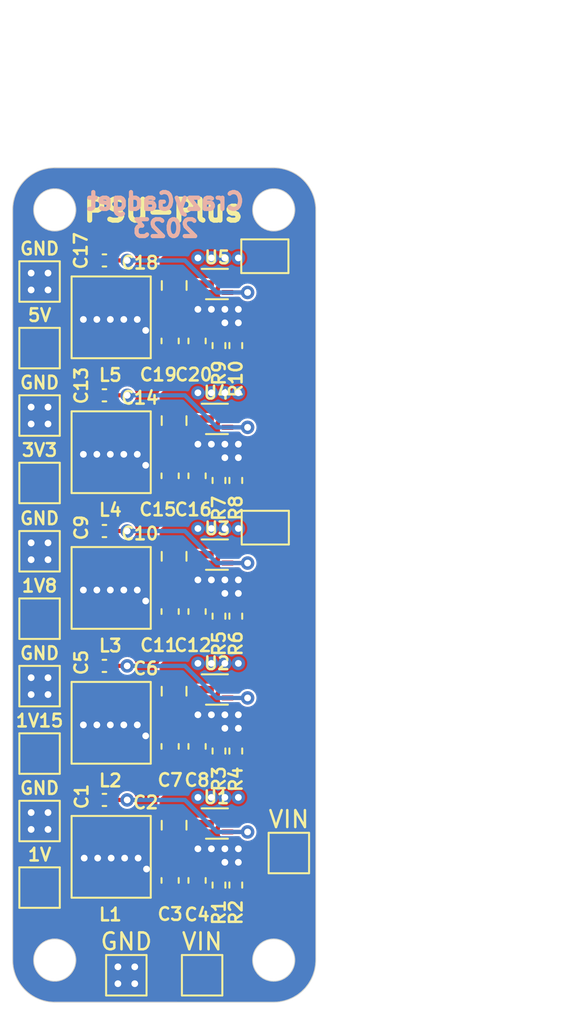
<source format=kicad_pcb>
(kicad_pcb (version 20221018) (generator pcbnew)
  (layers (0 "F.Cu" signal) (31 "B.Cu" signal) (34 "B.Paste" user) (35 "F.Paste" user) (36 "B.SilkS" user "B.Silkscreen") (37 "F.SilkS" user "F.Silkscreen") (38 "B.Mask" user) (39 "F.Mask" user) (44 "Edge.Cuts" user))
  (net 0 "")
  (net 1 "Net-(C1-Pad2)")
  (net 2 "Net-(C1-Pad1)")
  (net 3 "GND")
  (net 4 "VIN")
  (net 5 "Net-(C3-Pad1)")
  (net 6 "Net-(C5-Pad1)")
  (net 7 "Net-(C5-Pad2)")
  (net 8 "Net-(C7-Pad1)")
  (net 9 "Net-(C9-Pad1)")
  (net 10 "Net-(C9-Pad2)")
  (net 11 "Net-(C11-Pad1)")
  (net 12 "Net-(C13-Pad1)")
  (net 13 "Net-(C13-Pad2)")
  (net 14 "Net-(C15-Pad1)")
  (net 15 "Net-(C17-Pad2)")
  (net 16 "Net-(C17-Pad1)")
  (net 17 "Net-(C19-Pad1)")
  (net 18 "Net-(R1-Pad2)")
  (net 19 "Net-(R3-Pad2)")
  (net 20 "Net-(R5-Pad2)")
  (net 21 "Net-(R7-Pad2)")
  (net 22 "Net-(R10-Pad1)")
  (net 23 "Net-(C10-Pad2)")
  (net 24 "Net-(C18-Pad2)")
  (footprint "TestPoint:TestPoint_Pad_2.0x2.0mm" (layer "F.Cu") (at 176.2 148.35)
    (fp_text reference "VIN")
    (fp_text value "VIN")
  )
  (footprint "TestPoint:TestPoint_Pad_2.0x2.0mm" (layer "F.Cu") (at 171.7 148.35)
    (fp_text reference "GND")
    (fp_text value "GND")
  )
  (footprint "Capacitor_SMD:C_0805_2012Metric" (layer "F.Cu") (at 174.536 131.5 90)
    (fp_text reference "C6")
    (fp_text value "10uF")
  )
  (footprint "Capacitor_SMD:C_0805_2012Metric" (layer "F.Cu") (at 174.536 139.45 90)
    (fp_text reference "C2")
    (fp_text value "10uF")
  )
  (footprint "Capacitor_SMD:C_0402_1005Metric" (layer "F.Cu") (at 170.4 137.95 180)
    (fp_text reference "C1")
    (fp_text value "100nF")
  )
  (footprint "Capacitor_SMD:C_0603_1608Metric" (layer "F.Cu") (at 175.9 142.725 90)
    (fp_text reference "C4")
    (fp_text value "22uF")
  )
  (footprint "Capacitor_SMD:C_0603_1608Metric" (layer "F.Cu") (at 174.3 134.775 90)
    (fp_text reference "C7")
    (fp_text value "22uF")
  )
  (footprint "Capacitor_SMD:C_0402_1005Metric" (layer "F.Cu") (at 170.4 130 180)
    (fp_text reference "C5")
    (fp_text value "100nF")
  )
  (footprint "Capacitor_SMD:C_0603_1608Metric" (layer "F.Cu") (at 174.3 142.725 90)
    (fp_text reference "C3")
    (fp_text value "22uF")
  )
  (footprint "Resistor_SMD:R_0402_1005Metric" (layer "F.Cu") (at 177.2 127.05 90)
    (fp_text reference "R5")
    (fp_text value "12.4k")
  )
  (footprint "Capacitor_SMD:C_0603_1608Metric" (layer "F.Cu") (at 175.9 118.725 90)
    (fp_text reference "C16")
    (fp_text value "22uF")
  )
  (footprint "Resistor_SMD:R_0402_1005Metric" (layer "F.Cu") (at 178.2 127.05 90)
    (fp_text reference "R6")
    (fp_text value "10k")
  )
  (footprint "PSU Plus:1919" (layer "F.Cu") (at 170.75 109.35 -90)
    (fp_text reference "L5")
    (fp_text value "3.3uH")
  )
  (footprint "PSU Plus:1919" (layer "F.Cu") (at 170.75 141.35 -90)
    (fp_text reference "L1")
    (fp_text value "3.3uH")
  )
  (footprint "Capacitor_SMD:C_0603_1608Metric" (layer "F.Cu") (at 175.9 134.775 90)
    (fp_text reference "C8")
    (fp_text value "22uF")
  )
  (footprint "Capacitor_SMD:C_0402_1005Metric" (layer "F.Cu") (at 170.4 122 180)
    (fp_text reference "C9")
    (fp_text value "100nF")
  )
  (footprint "Capacitor_SMD:C_0805_2012Metric" (layer "F.Cu") (at 174.536 123.5 90)
    (fp_text reference "C10")
    (fp_text value "10uF")
  )
  (footprint "PSU Plus:1919" (layer "F.Cu") (at 170.75 133.4 -90)
    (fp_text reference "L2")
    (fp_text value "3.3uH")
  )
  (footprint "Capacitor_SMD:C_0603_1608Metric" (layer "F.Cu") (at 174.3 126.775 90)
    (fp_text reference "C11")
    (fp_text value "22uF")
  )
  (footprint "Capacitor_SMD:C_0603_1608Metric" (layer "F.Cu") (at 175.9 126.775 90)
    (fp_text reference "C12")
    (fp_text value "22uF")
  )
  (footprint "Capacitor_SMD:C_0402_1005Metric" (layer "F.Cu") (at 170.4 113.95 180)
    (fp_text reference "C13")
    (fp_text value "100nF")
  )
  (footprint "Capacitor_SMD:C_0805_2012Metric" (layer "F.Cu") (at 174.536 115.45 90)
    (fp_text reference "C14")
    (fp_text value "10uF")
  )
  (footprint "Resistor_SMD:R_0402_1005Metric" (layer "F.Cu") (at 178.2 143 90)
    (fp_text reference "R2")
    (fp_text value "10k")
  )
  (footprint "Capacitor_SMD:C_0603_1608Metric" (layer "F.Cu") (at 174.3 118.725 90)
    (fp_text reference "C15")
    (fp_text value "22uF")
  )
  (footprint "Resistor_SMD:R_0402_1005Metric" (layer "F.Cu") (at 177.2 143 90)
    (fp_text reference "R1")
    (fp_text value "2.55k")
  )
  (footprint "Capacitor_SMD:C_0402_1005Metric" (layer "F.Cu") (at 170.4 105.95 180)
    (fp_text reference "C17")
    (fp_text value "100nF")
  )
  (footprint "Capacitor_SMD:C_0805_2012Metric" (layer "F.Cu") (at 174.541709 107.436355 90)
    (fp_text reference "C18")
    (fp_text value "10uF")
  )
  (footprint "Capacitor_SMD:C_0603_1608Metric" (layer "F.Cu") (at 174.3 110.725 90)
    (fp_text reference "C19")
    (fp_text value "22uF")
  )
  (footprint "Capacitor_SMD:C_0603_1608Metric" (layer "F.Cu") (at 175.9 110.725 90)
    (fp_text reference "C20")
    (fp_text value "22uF")
  )
  (footprint "Resistor_SMD:R_0402_1005Metric" (layer "F.Cu") (at 177.2 135.05 90)
    (fp_text reference "R3")
    (fp_text value "4.42k")
  )
  (footprint "PSU Plus:1919" (layer "F.Cu") (at 170.75 125.4 -90)
    (fp_text reference "L3")
    (fp_text value "3.3uH")
  )
  (footprint "PSU Plus:1919" (layer "F.Cu") (at 170.75 117.35 -90)
    (fp_text reference "L4")
    (fp_text value "3.3uH")
  )
  (footprint "Resistor_SMD:R_0402_1005Metric" (layer "F.Cu") (at 178.2 135.05 90)
    (fp_text reference "R4")
    (fp_text value "10k")
  )
  (footprint "Resistor_SMD:R_0402_1005Metric" (layer "F.Cu") (at 178.2 119 90)
    (fp_text reference "R8")
    (fp_text value "10k")
  )
  (footprint "Resistor_SMD:R_0402_1005Metric" (layer "F.Cu") (at 177.2 119 90)
    (fp_text reference "R7")
    (fp_text value "31.6k")
  )
  (footprint "Resistor_SMD:R_0402_1005Metric" (layer "F.Cu") (at 178.2 111 90)
    (fp_text reference "R10")
    (fp_text value "10k")
  )
  (footprint "PSU Plus:SOT-563mod" (layer "F.Cu") (at 177.08 123.4)
    (fp_text reference "U3")
    (fp_text value "AP62301Z6-7")
  )
  (footprint "TestPoint:TestPoint_Pad_2.0x2.0mm" (layer "F.Cu") (at 166.55 143.15)
    (fp_text reference "1V")
    (fp_text value "1v")
  )
  (footprint "TestPoint:TestPoint_Pad_2.0x2.0mm" (layer "F.Cu") (at 166.55 123.2)
    (fp_text reference "GND")
    (fp_text value "GND")
  )
  (footprint "TestPoint:TestPoint_Pad_2.0x2.0mm" (layer "F.Cu") (at 166.55 111.15)
    (fp_text reference "5V")
    (fp_text value "5v")
  )
  (footprint "PSU Plus:SOT-563mod" (layer "F.Cu") (at 177.08 139.35)
    (fp_text reference "U1")
    (fp_text value "AP62301Z6-7")
  )
  (footprint "TestPoint:TestPoint_Pad_2.0x2.0mm" (layer "F.Cu") (at 166.55 115.15)
    (fp_text reference "GND")
    (fp_text value "GND")
  )
  (footprint "PSU Plus:SOT-563mod" (layer "F.Cu") (at 177.08 115.35)
    (fp_text reference "U4")
    (fp_text value "AP62301Z6-7")
  )
  (footprint "TestPoint:TestPoint_Pad_2.0x2.0mm" (layer "F.Cu") (at 166.55 119.15)
    (fp_text reference "3V3")
    (fp_text value "3v3")
  )
  (footprint "TestPoint:TestPoint_Pad_2.0x2.0mm" (layer "F.Cu") (at 166.55 135.2)
    (fp_text reference "1V15")
    (fp_text value "1v15")
  )
  (footprint "TestPoint:TestPoint_Pad_2.0x2.0mm" (layer "F.Cu") (at 166.55 127.2)
    (fp_text reference "1V8")
    (fp_text value "1v8")
  )
  (footprint "TestPoint:TestPoint_Pad_2.0x2.0mm" (layer "F.Cu") (at 166.55 131.2)
    (fp_text reference "GND")
    (fp_text value "GND")
  )
  (footprint "PSU Plus:SOT-563mod" (layer "F.Cu") (at 177.08 131.4)
    (fp_text reference "U2")
    (fp_text value "AP62301Z6-7")
  )
  (footprint "TestPoint:TestPoint_Pad_2.0x2.0mm" (layer "F.Cu") (at 166.55 139.2)
    (fp_text reference "GND")
    (fp_text value "GND")
  )
  (footprint "TestPoint:TestPoint_Pad_2.0x2.0mm" (layer "F.Cu") (at 166.55 107.2)
    (fp_text reference "GND")
    (fp_text value "GND")
  )
  (footprint "Resistor_SMD:R_0402_1005Metric" (layer "F.Cu") (at 177.2 111 90)
    (fp_text reference "R9")
    (fp_text value "52.3k")
  )
  (footprint "PSU Plus:SOT-563mod" (layer "F.Cu") (at 177.08 107.35)
    (fp_text reference "U5")
    (fp_text value "AP62301Z6-7")
  )
  (footprint "TestPoint:TestPoint_Pad_2.0x2.0mm" (layer "F.Cu") (at 181.35 141.1)
    (fp_text reference "VIN")
    (fp_text value "VIN")
  )
  (footprint "Jumper:SolderJumper-2_P1.3mm_Open_Pad1.0x1.5mm" (layer "F.Cu") (at 179.925 105.7 180)
    (fp_text reference "JP2" hide)
    (fp_text value "SolderJumper_2_Open")
  )
  (footprint "Jumper:SolderJumper-2_P1.3mm_Open_Pad1.0x1.5mm" (layer "F.Cu") (at 179.95 121.8 180)
    (fp_text reference "JP1" hide)
    (fp_text value "SolderJumper_2_Open")
  )
  (gr_poly (pts (xy 172.9 111.05) (xy 172 111.05) (xy 172 110.15)) (fill solid) (layer "F.Cu"))
  (gr_poly (pts (xy 177.55 111.8) (xy 176.4 111.8) (xy 176.4 111.2) (xy 177.55 111.2)) (fill solid) (layer "F.Cu"))
  (gr_poly (pts (xy 167.55 112.15) (xy 167.55 111.95) (xy 167.75 111.95)) (fill solid) (layer "F.Cu"))
  (gr_poly (pts (xy 176.55 111.2) (xy 176.4 111.2) (xy 176.4 111.05)) (fill solid) (layer "F.Cu"))
  (gr_poly (pts (xy 176.4 111.95) (xy 176.4 111.8) (xy 176.55 111.8)) (fill solid) (layer "F.Cu"))
  (gr_poly (pts (xy 172 111.05) (xy 176.4 111.05) (xy 176.4 111.2) (xy 176.4 111.3) (xy 176.4 111.7) (xy 176.4 111.8) (xy 176.4 111.95) (xy 165.55 111.95) (xy 165.55 110.15) (xy 172 110.15)) (fill solid) (layer "F.Cu"))
  (gr_poly (pts (xy 176.4 136) (xy 176.4 135.85) (xy 176.55 135.85)) (fill solid) (layer "F.Cu"))
  (gr_poly (pts (xy 172 135.1) (xy 176.4 135.1) (xy 176.4 135.25) (xy 176.4 135.35) (xy 176.4 135.75) (xy 176.4 135.85) (xy 176.4 136) (xy 165.55 136) (xy 165.55 134.2) (xy 172 134.2)) (fill solid) (layer "F.Cu"))
  (gr_poly (pts (xy 172.9 119.05) (xy 172 119.05) (xy 172 118.15)) (fill solid) (layer "F.Cu"))
  (gr_poly (pts (xy 176.4 143.95) (xy 176.4 143.8) (xy 176.55 143.8)) (fill solid) (layer "F.Cu"))
  (gr_poly (pts (xy 176.55 119.2) (xy 176.4 119.2) (xy 176.4 119.05)) (fill solid) (layer "F.Cu"))
  (gr_poly (pts (xy 167.55 128.2) (xy 167.55 128) (xy 167.75 128)) (fill solid) (layer "F.Cu"))
  (gr_poly (pts (xy 172.9 135.1) (xy 172 135.1) (xy 172 134.2)) (fill solid) (layer "F.Cu"))
  (gr_poly (pts (xy 176.4 128) (xy 176.4 127.85) (xy 176.55 127.85)) (fill solid) (layer "F.Cu"))
  (gr_poly (pts (xy 172 127.1) (xy 176.4 127.1) (xy 176.4 127.25) (xy 176.4 127.35) (xy 176.4 127.75) (xy 176.4 127.85) (xy 176.4 128) (xy 165.55 128) (xy 165.55 126.2) (xy 172 126.2)) (fill solid) (layer "F.Cu"))
  (gr_poly (pts (xy 172.9 143.05) (xy 172 143.05) (xy 172 142.15)) (fill solid) (layer "F.Cu"))
  (gr_poly (pts (xy 177.55 119.8) (xy 176.4 119.8) (xy 176.4 119.2) (xy 177.55 119.2)) (fill solid) (layer "F.Cu"))
  (gr_poly (pts (xy 167.55 120.15) (xy 167.55 119.95) (xy 167.75 119.95)) (fill solid) (layer "F.Cu"))
  (gr_poly (pts (xy 172 143.05) (xy 176.4 143.05) (xy 176.4 143.2) (xy 176.4 143.3) (xy 176.4 143.7) (xy 176.4 143.8) (xy 176.4 143.95) (xy 165.55 143.95) (xy 165.55 142.15) (xy 172 142.15)) (fill solid) (layer "F.Cu"))
  (gr_poly (pts (xy 176.55 143.2) (xy 176.4 143.2) (xy 176.4 143.05)) (fill solid) (layer "F.Cu"))
  (gr_poly (pts (xy 172 119.05) (xy 176.4 119.05) (xy 176.4 119.2) (xy 176.4 119.3) (xy 176.4 119.7) (xy 176.4 119.8) (xy 176.4 119.95) (xy 165.55 119.95) (xy 165.55 118.15) (xy 172 118.15)) (fill solid) (layer "F.Cu"))
  (gr_poly (pts (xy 176.55 127.25) (xy 176.4 127.25) (xy 176.4 127.1)) (fill solid) (layer "F.Cu"))
  (gr_poly (pts (xy 167.55 144.15) (xy 167.55 143.95) (xy 167.75 143.95)) (fill solid) (layer "F.Cu"))
  (gr_poly (pts (xy 177.55 143.8) (xy 176.4 143.8) (xy 176.4 143.2) (xy 177.55 143.2)) (fill solid) (layer "F.Cu"))
  (gr_poly (pts (xy 172.9 127.1) (xy 172 127.1) (xy 172 126.2)) (fill solid) (layer "F.Cu"))
  (gr_poly (pts (xy 176.4 119.95) (xy 176.4 119.8) (xy 176.55 119.8)) (fill solid) (layer "F.Cu"))
  (gr_poly (pts (xy 177.55 135.85) (xy 176.4 135.85) (xy 176.4 135.25) (xy 177.55 135.25)) (fill solid) (layer "F.Cu"))
  (gr_poly (pts (xy 167.55 136.2) (xy 167.55 136) (xy 167.75 136)) (fill solid) (layer "F.Cu"))
  (gr_poly (pts (xy 177.55 127.85) (xy 176.4 127.85) (xy 176.4 127.25) (xy 177.55 127.25)) (fill solid) (layer "F.Cu"))
  (gr_poly (pts (xy 176.55 135.25) (xy 176.4 135.25) (xy 176.4 135.1)) (fill solid) (layer "F.Cu"))
  (gr_line (start 167.45 149.95) (end 180.45 149.95) (stroke (width 0.05)) (layer "Edge.Cuts"))
  (gr_line (start 182.95 147.45) (end 182.95 102.95) (stroke (width 0.05)) (layer "Edge.Cuts"))
  (gr_line (start 180.45 100.45) (end 167.45 100.45) (stroke (width 0.05)) (layer "Edge.Cuts"))
  (gr_line (start 164.95 102.95) (end 164.95 147.45) (stroke (width 0.05)) (layer "Edge.Cuts"))
  (gr_circle (center 167.45 147.45) (end 168.7 147.45) (stroke (width 0.05)) (fill none) (layer "Edge.Cuts"))
  (gr_arc (start 167.45 149.95) (mid 165.682233 149.217767) (end 164.95 147.45) (stroke (width 0.05)) (layer "Edge.Cuts"))
  (gr_circle (center 180.45 102.95) (end 181.7 102.95) (stroke (width 0.05)) (fill none) (layer "Edge.Cuts"))
  (gr_circle (center 180.45 147.45) (end 181.7 147.45) (stroke (width 0.05)) (fill none) (layer "Edge.Cuts"))
  (gr_circle (center 167.45 102.95) (end 168.7 102.95) (stroke (width 0.05)) (fill none) (layer "Edge.Cuts"))
  (gr_arc (start 182.95 147.45) (mid 182.217767 149.217767) (end 180.45 149.95) (stroke (width 0.05)) (layer "Edge.Cuts"))
  (gr_arc (start 164.949501 102.95) (mid 165.68188 101.18188) (end 167.45 100.449501) (stroke (width 0.05)) (layer "Edge.Cuts"))
  (gr_arc (start 180.45 100.45) (mid 182.217767 101.182233) (end 182.95 102.95) (stroke (width 0.05)) (layer "Edge.Cuts"))
  (gr_text "CrazyGadget\n2023" (at 174.025 103.25) (layer "B.SilkS") (effects (font (size 1 1) (thickness 0.25)) (justify mirror)))
  (gr_text "PSU-Plus" (at 173.9 103) (layer "F.SilkS") (effects (font (size 1.25 1.25) (thickness 0.3))))
  (segment (start 169.92 138.72) (end 170.8 139.6) (width 0.25) (layer "F.Cu") (net 1))
  (segment (start 169.92 137.95) (end 169.92 138.72) (width 0.25) (layer "F.Cu") (net 1))
  (segment (start 170.88 137.95) (end 171.75 137.95) (width 0.25) (layer "F.Cu") (net 2))
  (segment (start 178.9 139.85) (end 177.715 139.85) (width 0.25) (layer "F.Cu") (net 2))
  (via (at 171.75 137.95) (size 0.8) (drill 0.4) (layers "F.Cu" "B.Cu") (net 2))
  (via (at 178.9 139.85) (size 0.8) (drill 0.4) (layers "F.Cu" "B.Cu") (net 2))
  (segment (start 177.077932 139.85) (end 178.9 139.85) (width 0.25) (layer "B.Cu") (net 2))
  (segment (start 171.75 137.95) (end 175.177932 137.95) (width 0.25) (layer "B.Cu") (net 2))
  (segment (start 175.177932 137.95) (end 177.077932 139.85) (width 0.25) (layer "B.Cu") (net 2))
  (segment (start 178.2 142.52) (end 178.2 142.4) (width 0.25) (layer "F.Cu") (net 3))
  (segment (start 178.2 142.4) (end 178.224999 142.375001) (width 0.25) (layer "F.Cu") (net 3))
  (via (at 167.05 106.7) (size 0.8) (drill 0.4) (layers "F.Cu" "B.Cu") (net 3))
  (via (at 171.55 117.45) (size 0.8) (drill 0.4) (layers "F.Cu" "B.Cu") (net 3))
  (via (at 177.55 141.65) (size 0.8) (drill 0.4) (layers "F.Cu" "B.Cu") (net 3))
  (via (at 169.15 109.45) (size 0.8) (drill 0.4) (layers "F.Cu" "B.Cu") (net 3))
  (via (at 167.05 131.7) (size 0.8) (drill 0.4) (layers "F.Cu" "B.Cu") (net 3))
  (via (at 172.35 109.45) (size 0.8) (drill 0.4) (layers "F.Cu" "B.Cu") (net 3))
  (via (at 177.55 109.65) (size 0.8) (drill 0.4) (layers "F.Cu" "B.Cu") (net 3))
  (via (at 166.05 131.7) (size 0.8) (drill 0.4) (layers "F.Cu" "B.Cu") (net 3))
  (via (at 175.95 108.85) (size 0.8) (drill 0.4) (layers "F.Cu" "B.Cu") (net 3))
  (via (at 167.05 130.7) (size 0.8) (drill 0.4) (layers "F.Cu" "B.Cu") (net 3))
  (via (at 169.15 125.5) (size 0.8) (drill 0.4) (layers "F.Cu" "B.Cu") (net 3))
  (via (at 169.15 117.45) (size 0.8) (drill 0.4) (layers "F.Cu" "B.Cu") (net 3))
  (via (at 167.05 114.65) (size 0.8) (drill 0.4) (layers "F.Cu" "B.Cu") (net 3))
  (via (at 177.55 124.9) (size 0.8) (drill 0.4) (layers "F.Cu" "B.Cu") (net 3))
  (via (at 166.05 115.65) (size 0.8) (drill 0.4) (layers "F.Cu" "B.Cu") (net 3))
  (via (at 172.85 126.15) (size 0.8) (drill 0.4) (layers "F.Cu" "B.Cu") (net 3))
  (via (at 178.35 125.7) (size 0.8) (drill 0.4) (layers "F.Cu" "B.Cu") (net 3))
  (via (at 176.75 108.85) (size 0.8) (drill 0.4) (layers "F.Cu" "B.Cu") (net 3))
  (via (at 170.8 141.4) (size 0.8) (drill 0.4) (layers "F.Cu" "B.Cu") (net 3))
  (via (at 177.55 133.7) (size 0.8) (drill 0.4) (layers "F.Cu" "B.Cu") (net 3))
  (via (at 170 141.4) (size 0.8) (drill 0.4) (layers "F.Cu" "B.Cu") (net 3))
  (via (at 178.35 116.85) (size 0.8) (drill 0.4) (layers "F.Cu" "B.Cu") (net 3))
  (via (at 167.05 123.7) (size 0.8) (drill 0.4) (layers "F.Cu" "B.Cu") (net 3))
  (via (at 176.75 116.85) (size 0.8) (drill 0.4) (layers "F.Cu" "B.Cu") (net 3))
  (via (at 169.15 133.5) (size 0.8) (drill 0.4) (layers "F.Cu" "B.Cu") (net 3))
  (via (at 166.05 123.7) (size 0.8) (drill 0.4) (layers "F.Cu" "B.Cu") (net 3))
  (via (at 171.2 147.85) (size 0.8) (drill 0.4) (layers "F.Cu" "B.Cu") (net 3))
  (via (at 171.55 109.45) (size 0.8) (drill 0.4) (layers "F.Cu" "B.Cu") (net 3))
  (via (at 172.9 142.05) (size 0.8) (drill 0.4) (layers "F.Cu" "B.Cu") (net 3))
  (via (at 167.05 138.7) (size 0.8) (drill 0.4) (layers "F.Cu" "B.Cu") (net 3))
  (via (at 176.75 140.85) (size 0.8) (drill 0.4) (layers "F.Cu" "B.Cu") (net 3))
  (via (at 178.35 133.7) (size 0.8) (drill 0.4) (layers "F.Cu" "B.Cu") (net 3))
  (via (at 175.95 124.9) (size 0.8) (drill 0.4) (layers "F.Cu" "B.Cu") (net 3))
  (via (at 166.05 138.7) (size 0.8) (drill 0.4) (layers "F.Cu" "B.Cu") (net 3))
  (via (at 177.55 132.9) (size 0.8) (drill 0.4) (layers "F.Cu" "B.Cu") (net 3))
  (via (at 172.2 147.85) (size 0.8) (drill 0.4) (layers "F.Cu" "B.Cu") (net 3))
  (via (at 175.95 132.9) (size 0.8) (drill 0.4) (layers "F.Cu" "B.Cu") (net 3))
  (via (at 169.95 117.45) (size 0.8) (drill 0.4) (layers "F.Cu" "B.Cu") (net 3))
  (via (at 171.55 125.5) (size 0.8) (drill 0.4) (layers "F.Cu" "B.Cu") (net 3))
  (via (at 169.2 141.4) (size 0.8) (drill 0.4) (layers "F.Cu" "B.Cu") (net 3))
  (via (at 172.35 117.45) (size 0.8) (drill 0.4) (layers "F.Cu" "B.Cu") (net 3))
  (via (at 171.55 133.5) (size 0.8) (drill 0.4) (layers "F.Cu" "B.Cu") (net 3))
  (via (at 167.05 107.7) (size 0.8) (drill 0.4) (layers "F.Cu" "B.Cu") (net 3))
  (via (at 171.6 141.4) (size 0.8) (drill 0.4) (layers "F.Cu" "B.Cu") (net 3))
  (via (at 175.95 140.85) (size 0.8) (drill 0.4) (layers "F.Cu" "B.Cu") (net 3))
  (via (at 172.35 133.5) (size 0.8) (drill 0.4) (layers "F.Cu" "B.Cu") (net 3))
  (via (at 169.95 125.5) (size 0.8) (drill 0.4) (layers "F.Cu" "B.Cu") (net 3))
  (via (at 166.05 106.7) (size 0.8) (drill 0.4) (layers "F.Cu" "B.Cu") (net 3))
  (via (at 178.35 109.65) (size 0.8) (drill 0.4) (layers "F.Cu" "B.Cu") (net 3))
  (via (at 177.55 117.65) (size 0.8) (drill 0.4) (layers "F.Cu" "B.Cu") (net 3))
  (via (at 167.05 139.7) (size 0.8) (drill 0.4) (layers "F.Cu" "B.Cu") (net 3))
  (via (at 178.35 140.85) (size 0.8) (drill 0.4) (layers "F.Cu" "B.Cu") (net 3))
  (via (at 166.05 130.7) (size 0.8) (drill 0.4) (layers "F.Cu" "B.Cu") (net 3))
  (via (at 172.85 110.1) (size 0.8) (drill 0.4) (layers "F.Cu" "B.Cu") (net 3))
  (via (at 167.05 115.65) (size 0.8) (drill 0.4) (layers "F.Cu" "B.Cu") (net 3))
  (via (at 177.55 140.85) (size 0.8) (drill 0.4) (layers "F.Cu" "B.Cu") (net 3))
  (via (at 170.75 109.45) (size 0.8) (drill 0.4) (layers "F.Cu" "B.Cu") (net 3))
  (via (at 166.05 114.65) (size 0.8) (drill 0.4) (layers "F.Cu" "B.Cu") (net 3))
  (via (at 171.2 148.85) (size 0.8) (drill 0.4) (layers "F.Cu" "B.Cu") (net 3))
  (via (at 172.85 118.1) (size 0.8) (drill 0.4) (layers "F.Cu" "B.Cu") (net 3))
  (via (at 170.75 133.5) (size 0.8) (drill 0.4) (layers "F.Cu" "B.Cu") (net 3))
  (via (at 178.35 117.65) (size 0.8) (drill 0.4) (layers "F.Cu" "B.Cu") (net 3))
  (via (at 177.55 108.85) (size 0.8) (drill 0.4) (layers "F.Cu" "B.Cu") (net 3))
  (via (at 166.05 139.7) (size 0.8) (drill 0.4) (layers "F.Cu" "B.Cu") (net 3))
  (via (at 177.55 125.7) (size 0.8) (drill 0.4) (layers "F.Cu" "B.Cu") (net 3))
  (via (at 178.35 124.9) (size 0.8) (drill 0.4) (layers "F.Cu" "B.Cu") (net 3))
  (via (at 170.75 117.45) (size 0.8) (drill 0.4) (layers "F.Cu" "B.Cu") (net 3))
  (via (at 178.35 108.85) (size 0.8) (drill 0.4) (layers "F.Cu" "B.Cu") (net 3))
  (via (at 166.05 107.7) (size 0.8) (drill 0.4) (layers "F.Cu" "B.Cu") (net 3))
  (via (at 176.75 124.9) (size 0.8) (drill 0.4) (layers "F.Cu" "B.Cu") (net 3))
  (via (at 177.55 116.85) (size 0.8) (drill 0.4) (layers "F.Cu" "B.Cu") (net 3))
  (via (at 169.95 133.5) (size 0.8) (drill 0.4) (layers "F.Cu" "B.Cu") (net 3))
  (via (at 172.35 125.5) (size 0.8) (drill 0.4) (layers "F.Cu" "B.Cu") (net 3))
  (via (at 175.95 116.85) (size 0.8) (drill 0.4) (layers "F.Cu" "B.Cu") (net 3))
  (via (at 167.05 122.7) (size 0.8) (drill 0.4) (layers "F.Cu" "B.Cu") (net 3))
  (via (at 178.35 132.9) (size 0.8) (drill 0.4) (layers "F.Cu" "B.Cu") (net 3))
  (via (at 166.05 122.7) (size 0.8) (drill 0.4) (layers "F.Cu" "B.Cu") (net 3))
  (via (at 176.75 132.9) (size 0.8) (drill 0.4) (layers "F.Cu" "B.Cu") (net 3))
  (via (at 170.75 125.5) (size 0.8) (drill 0.4) (layers "F.Cu" "B.Cu") (net 3))
  (via (at 178.35 141.65) (size 0.8) (drill 0.4) (layers "F.Cu" "B.Cu") (net 3))
  (via (at 172.85 134.15) (size 0.8) (drill 0.4) (layers "F.Cu" "B.Cu") (net 3))
  (via (at 169.95 109.45) (size 0.8) (drill 0.4) (layers "F.Cu" "B.Cu") (net 3))
  (via (at 172.4 141.4) (size 0.8) (drill 0.4) (layers "F.Cu" "B.Cu") (net 3))
  (via (at 172.2 148.85) (size 0.8) (drill 0.4) (layers "F.Cu" "B.Cu") (net 3))
  (via (at 177.55 129.85) (size 0.8) (drill 0.4) (layers "F.Cu" "B.Cu") (net 4))
  (via (at 176.75 129.85) (size 0.8) (drill 0.4) (layers "F.Cu" "B.Cu") (net 4))
  (via (at 177.55 113.8) (size 0.8) (drill 0.4) (layers "F.Cu" "B.Cu") (net 4))
  (via (at 175.95 137.8) (size 0.8) (drill 0.4) (layers "F.Cu" "B.Cu") (net 4))
  (via (at 176.75 113.8) (size 0.8) (drill 0.4) (layers "F.Cu" "B.Cu") (net 4))
  (via (at 177.55 137.8) (size 0.8) (drill 0.4) (layers "F.Cu" "B.Cu") (net 4))
  (via (at 175.95 113.8) (size 0.8) (drill 0.4) (layers "F.Cu" "B.Cu") (net 4))
  (via (at 178.35 113.8) (size 0.8) (drill 0.4) (layers "F.Cu" "B.Cu") (net 4))
  (via (at 175.95 129.85) (size 0.8) (drill 0.4) (layers "F.Cu" "B.Cu") (net 4))
  (via (at 178.35 129.85) (size 0.8) (drill 0.4) (layers "F.Cu" "B.Cu") (net 4))
  (via (at 178.35 137.8) (size 0.8) (drill 0.4) (layers "F.Cu" "B.Cu") (net 4))
  (via (at 176.75 137.8) (size 0.8) (drill 0.4) (layers "F.Cu" "B.Cu") (net 4))
  (segment (start 171.55 143.05) (end 172 143.5) (width 0.25) (layer "F.Cu") (net 5))
  (segment (start 172 143.5) (end 174.3 143.5) (width 0.25) (layer "F.Cu") (net 5))
  (segment (start 170.8 143.05) (end 171.55 143.05) (width 0.25) (layer "F.Cu") (net 5))
  (segment (start 166.55 143.15) (end 170.7 143.15) (width 0.25) (layer "F.Cu") (net 5))
  (segment (start 170.7 143.15) (end 170.8 143.05) (width 0.25) (layer "F.Cu") (net 5))
  (segment (start 177.18 143.5) (end 177.2 143.48) (width 0.25) (layer "F.Cu") (net 5))
  (segment (start 175.9 143.5) (end 177.18 143.5) (width 0.25) (layer "F.Cu") (net 5))
  (segment (start 174.3 143.5) (end 175.9 143.5) (width 0.25) (layer "F.Cu") (net 5))
  (segment (start 170.88 130) (end 171.75 130) (width 0.25) (layer "F.Cu") (net 6))
  (segment (start 177.715 131.9) (end 178.9 131.9) (width 0.25) (layer "F.Cu") (net 6))
  (via (at 178.9 131.9) (size 0.8) (drill 0.4) (layers "F.Cu" "B.Cu") (net 6))
  (via (at 171.75 130) (size 0.8) (drill 0.4) (layers "F.Cu" "B.Cu") (net 6))
  (segment (start 175.177932 130) (end 177.077932 131.9) (width 0.25) (layer "B.Cu") (net 6))
  (segment (start 171.75 130) (end 175.177932 130) (width 0.25) (layer "B.Cu") (net 6))
  (segment (start 177.077932 131.9) (end 178.9 131.9) (width 0.25) (layer "B.Cu") (net 6))
  (segment (start 169.92 130) (end 169.92 130.77) (width 0.25) (layer "F.Cu") (net 7))
  (segment (start 169.92 130.77) (end 170.8 131.65) (width 0.25) (layer "F.Cu") (net 7))
  (segment (start 171.55 135.1) (end 172 135.55) (width 0.25) (layer "F.Cu") (net 8))
  (segment (start 170.8 135.1) (end 171.55 135.1) (width 0.25) (layer "F.Cu") (net 8))
  (segment (start 177.18 135.55) (end 177.2 135.53) (width 0.25) (layer "F.Cu") (net 8))
  (segment (start 166.55 135.2) (end 170.7 135.2) (width 0.25) (layer "F.Cu") (net 8))
  (segment (start 172 135.55) (end 174.3 135.55) (width 0.25) (layer "F.Cu") (net 8))
  (segment (start 174.3 135.55) (end 175.9 135.55) (width 0.25) (layer "F.Cu") (net 8))
  (segment (start 175.9 135.55) (end 177.18 135.55) (width 0.25) (layer "F.Cu") (net 8))
  (segment (start 170.7 135.2) (end 170.8 135.1) (width 0.25) (layer "F.Cu") (net 8))
  (segment (start 178.9 123.9) (end 177.715 123.9) (width 0.25) (layer "F.Cu") (net 9))
  (segment (start 170.88 122) (end 171.75 122) (width 0.25) (layer "F.Cu") (net 9))
  (via (at 178.9 123.9) (size 0.8) (drill 0.4) (layers "F.Cu" "B.Cu") (net 9))
  (via (at 171.75 122) (size 0.8) (drill 0.4) (layers "F.Cu" "B.Cu") (net 9))
  (segment (start 171.75 122) (end 175.177932 122) (width 0.25) (layer "B.Cu") (net 9))
  (segment (start 177.077932 123.9) (end 178.9 123.9) (width 0.25) (layer "B.Cu") (net 9))
  (segment (start 175.177932 122) (end 177.077932 123.9) (width 0.25) (layer "B.Cu") (net 9))
  (segment (start 169.92 122) (end 169.92 122.77) (width 0.25) (layer "F.Cu") (net 10))
  (segment (start 169.92 122.77) (end 170.8 123.65) (width 0.25) (layer "F.Cu") (net 10))
  (segment (start 166.55 127.2) (end 170.7 127.2) (width 0.25) (layer "F.Cu") (net 11))
  (segment (start 177.18 127.55) (end 177.2 127.53) (width 0.25) (layer "F.Cu") (net 11))
  (segment (start 170.8 127.1) (end 171.5 127.1) (width 0.25) (layer "F.Cu") (net 11))
  (segment (start 171.95 127.55) (end 174.3 127.55) (width 0.25) (layer "F.Cu") (net 11))
  (segment (start 174.3 127.55) (end 175.9 127.55) (width 0.25) (layer "F.Cu") (net 11))
  (segment (start 171.5 127.1) (end 171.95 127.55) (width 0.25) (layer "F.Cu") (net 11))
  (segment (start 170.7 127.2) (end 170.8 127.1) (width 0.25) (layer "F.Cu") (net 11))
  (segment (start 175.9 127.55) (end 177.18 127.55) (width 0.25) (layer "F.Cu") (net 11))
  (segment (start 177.715 115.85) (end 178.9 115.85) (width 0.25) (layer "F.Cu") (net 12))
  (segment (start 170.88 113.95) (end 171.75 113.95) (width 0.25) (layer "F.Cu") (net 12))
  (via (at 178.9 115.85) (size 0.8) (drill 0.4) (layers "F.Cu" "B.Cu") (net 12))
  (via (at 171.75 113.95) (size 0.8) (drill 0.4) (layers "F.Cu" "B.Cu") (net 12))
  (segment (start 175.177932 113.95) (end 177.077932 115.85) (width 0.25) (layer "B.Cu") (net 12))
  (segment (start 171.75 113.95) (end 175.177932 113.95) (width 0.25) (layer "B.Cu") (net 12))
  (segment (start 177.077932 115.85) (end 178.9 115.85) (width 0.25) (layer "B.Cu") (net 12))
  (segment (start 169.92 113.95) (end 169.92 114.72) (width 0.25) (layer "F.Cu") (net 13))
  (segment (start 169.92 114.72) (end 170.8 115.6) (width 0.25) (layer "F.Cu") (net 13))
  (segment (start 170.8 119.05) (end 171.5 119.05) (width 0.25) (layer "F.Cu") (net 14))
  (segment (start 174.3 119.5) (end 175.9 119.5) (width 0.25) (layer "F.Cu") (net 14))
  (segment (start 170.7 119.15) (end 170.8 119.05) (width 0.25) (layer "F.Cu") (net 14))
  (segment (start 175.9 119.5) (end 177.18 119.5) (width 0.25) (layer "F.Cu") (net 14))
  (segment (start 166.55 119.15) (end 170.7 119.15) (width 0.25) (layer "F.Cu") (net 14))
  (segment (start 171.5 119.05) (end 171.95 119.5) (width 0.25) (layer "F.Cu") (net 14))
  (segment (start 177.18 119.5) (end 177.2 119.48) (width 0.25) (layer "F.Cu") (net 14))
  (segment (start 171.95 119.5) (end 174.3 119.5) (width 0.25) (layer "F.Cu") (net 14))
  (segment (start 176.420001 107.374999) (end 176.445 107.35) (width 0.25) (layer "F.Cu") (net 15))
  (segment (start 169.92 106.72) (end 170.8 107.6) (width 0.25) (layer "F.Cu") (net 15))
  (segment (start 169.92 105.95) (end 169.92 106.72) (width 0.25) (layer "F.Cu") (net 15))
  (segment (start 178.9 107.85) (end 177.715 107.85) (width 0.25) (layer "F.Cu") (net 16))
  (segment (start 170.88 105.95) (end 171.75 105.95) (width 0.25) (layer "F.Cu") (net 16))
  (via (at 171.75 105.95) (size 0.8) (drill 0.4) (layers "F.Cu" "B.Cu") (net 16))
  (via (at 178.9 107.85) (size 0.8) (drill 0.4) (layers "F.Cu" "B.Cu") (net 16))
  (segment (start 175.177932 105.95) (end 177.077932 107.85) (width 0.25) (layer "B.Cu") (net 16))
  (segment (start 177.077932 107.85) (end 178.9 107.85) (width 0.25) (layer "B.Cu") (net 16))
  (segment (start 171.75 105.95) (end 175.177932 105.95) (width 0.25) (layer "B.Cu") (net 16))
  (segment (start 166.55 111.15) (end 170.7 111.15) (width 0.25) (layer "F.Cu") (net 17))
  (segment (start 172 111.5) (end 174.3 111.5) (width 0.25) (layer "F.Cu") (net 17))
  (segment (start 174.3 111.5) (end 175.9 111.5) (width 0.25) (layer "F.Cu") (net 17))
  (segment (start 175.9 111.5) (end 177.18 111.5) (width 0.25) (layer "F.Cu") (net 17))
  (segment (start 177.18 111.5) (end 177.2 111.48) (width 0.25) (layer "F.Cu") (net 17))
  (segment (start 171.55 111.05) (end 172 111.5) (width 0.25) (layer "F.Cu") (net 17))
  (segment (start 170.8 111.05) (end 171.55 111.05) (width 0.25) (layer "F.Cu") (net 17))
  (segment (start 170.7 111.15) (end 170.8 111.05) (width 0.25) (layer "F.Cu") (net 17))
  (segment (start 178.174999 143.478001) (end 178.794999 143.478001) (width 0.25) (layer "F.Cu") (net 18))
  (segment (start 179.624999 142.648001) (end 179.624999 139.525001) (width 0.25) (layer "F.Cu") (net 18))
  (segment (start 178.948001 138.848001) (end 177.689999 138.848001) (width 0.25) (layer "F.Cu") (net 18))
  (segment (start 179.6 139.5) (end 178.948001 138.848001) (width 0.25) (layer "F.Cu") (net 18))
  (segment (start 177.739999 138.874999) (end 177.715 138.85) (width 0.25) (layer "F.Cu") (net 18))
  (segment (start 178.794999 143.478001) (end 179.624999 142.648001) (width 0.25) (layer "F.Cu") (net 18))
  (segment (start 177.2 142.52) (end 177.24 142.52) (width 0.25) (layer "F.Cu") (net 18))
  (segment (start 177.24 142.52) (end 178.2 143.48) (width 0.25) (layer "F.Cu") (net 18))
  (segment (start 177.2 134.57) (end 177.24 134.57) (width 0.25) (layer "F.Cu") (net 19))
  (segment (start 179.65 134.7115) (end 179.65 131.5885) (width 0.25) (layer "F.Cu") (net 19))
  (segment (start 177.739999 130.924999) (end 177.715 130.9) (width 0.25) (layer "F.Cu") (net 19))
  (segment (start 178.973002 130.9115) (end 177.715 130.9115) (width 0.25) (layer "F.Cu") (net 19))
  (segment (start 177.24 134.57) (end 178.2 135.53) (width 0.25) (layer "F.Cu") (net 19))
  (segment (start 178.2 135.5415) (end 178.82 135.5415) (width 0.25) (layer "F.Cu") (net 19))
  (segment (start 178.82 135.5415) (end 179.65 134.7115) (width 0.25) (layer "F.Cu") (net 19))
  (segment (start 179.625001 131.563499) (end 178.973002 130.9115) (width 0.25) (layer "F.Cu") (net 19))
  (segment (start 178.174999 127.528001) (end 178.794999 127.528001) (width 0.25) (layer "F.Cu") (net 20))
  (segment (start 177.2 126.57) (end 177.24 126.57) (width 0.25) (layer "F.Cu") (net 20))
  (segment (start 178.794999 127.528001) (end 179.624999 126.698001) (width 0.25) (layer "F.Cu") (net 20))
  (segment (start 177.24 126.57) (end 178.2 127.53) (width 0.25) (layer "F.Cu") (net 20))
  (segment (start 179.6 123.55) (end 178.948001 122.898001) (width 0.25) (layer "F.Cu") (net 20))
  (segment (start 178.948001 122.898001) (end 177.689999 122.898001) (width 0.25) (layer "F.Cu") (net 20))
  (segment (start 179.624999 126.698001) (end 179.624999 123.575001) (width 0.25) (layer "F.Cu") (net 20))
  (segment (start 179.625001 115.501999) (end 178.973002 114.85) (width 0.25) (layer "F.Cu") (net 21))
  (segment (start 179.65 118.65) (end 179.65 115.527) (width 0.25) (layer "F.Cu") (net 21))
  (segment (start 178.82 119.48) (end 179.65 118.65) (width 0.25) (layer "F.Cu") (net 21))
  (segment (start 178.973002 114.85) (end 177.715 114.85) (width 0.25) (layer "F.Cu") (net 21))
  (segment (start 177.24 118.52) (end 178.2 119.48) (width 0.25) (layer "F.Cu") (net 21))
  (segment (start 178.2 119.48) (end 178.82 119.48) (width 0.25) (layer "F.Cu") (net 21))
  (segment (start 177.2 118.52) (end 177.24 118.52) (width 0.25) (layer "F.Cu") (net 21))
  (segment (start 179.625001 107.501999) (end 178.973002 106.85) (width 0.25) (layer "F.Cu") (net 22))
  (segment (start 179.625001 110.624999) (end 179.625001 107.501999) (width 0.25) (layer "F.Cu") (net 22))
  (segment (start 177.2 110.52) (end 177.24 110.52) (width 0.25) (layer "F.Cu") (net 22))
  (segment (start 178.2 111.48) (end 178.77 111.48) (width 0.25) (layer "F.Cu") (net 22))
  (segment (start 178.77 111.48) (end 179.625001 110.624999) (width 0.25) (layer "F.Cu") (net 22))
  (segment (start 178.973002 106.85) (end 177.715 106.85) (width 0.25) (layer "F.Cu") (net 22))
  (segment (start 177.24 110.52) (end 178.2 111.48) (width 0.25) (layer "F.Cu") (net 22))
  (via (at 178.35 121.85) (size 0.8) (drill 0.4) (layers "F.Cu" "B.Cu") (net 23))
  (via (at 175.95 121.85) (size 0.8) (drill 0.4) (layers "F.Cu" "B.Cu") (net 23))
  (via (at 177.55 121.85) (size 0.8) (drill 0.4) (layers "F.Cu" "B.Cu") (net 23))
  (via (at 176.75 121.85) (size 0.8) (drill 0.4) (layers "F.Cu" "B.Cu") (net 23))
  (via (at 175.95 105.8) (size 0.8) (drill 0.4) (layers "F.Cu" "B.Cu") (net 24))
  (via (at 178.35 105.8) (size 0.8) (drill 0.4) (layers "F.Cu" "B.Cu") (net 24))
  (via (at 177.55 105.8) (size 0.8) (drill 0.4) (layers "F.Cu" "B.Cu") (net 24))
  (via (at 176.75 105.8) (size 0.8) (drill 0.4) (layers "F.Cu" "B.Cu") (net 24))
  (zone (net 3) (net_name "GND") (layer "F.Cu") (connect_pads yes (clearance 0)) (min_thickness 0.254) (fill yes (thermal_gap 0.508) (thermal_bridge_width 0.508))
    (polygon (pts (xy 183.45 150.55) (xy 164.2 150.55) (xy 164.2 100.15) (xy 183.45 100.15)))
  )
  (zone (net 10) (net_name "Net-(C9-Pad2)") (layer "F.Cu") (priority 1) (connect_pads yes (clearance 0.127)) (min_thickness 0.254) (fill yes (thermal_gap 0.508) (thermal_bridge_width 0.508) (smoothing fillet) (radius 0.4))
    (polygon (pts (xy 173.723 123.112809) (xy 176.887 123.101809) (xy 176.887001 123.551809) (xy 176.787 123.651809) (xy 176.187 123.81) (xy 173.85 123.81) (xy 172.961 124.751809) (xy 169.337 124.751809) (xy 169.337 122.601809) (xy 173.215 122.604809)))
  )
  (zone (net 4) (net_name "VIN") (layer "F.Cu") (priority 2) (connect_pads yes (clearance 0.127)) (min_thickness 0.254) (fill yes (thermal_gap 0.508) (thermal_bridge_width 0.508) (smoothing fillet) (radius 0.4))
    (polygon (pts (xy 182.75 137.65) (xy 182.75 139.45) (xy 179.975 139.45) (xy 179.1 138.575) (xy 177.3 138.575) (xy 177.3 139) (xy 173.675 139) (xy 173.675 137.85) (xy 175.125 136.775) (xy 181.875 136.775)))
  )
  (zone (net 7) (net_name "Net-(C5-Pad2)") (layer "F.Cu") (priority 1) (connect_pads yes (clearance 0.127)) (min_thickness 0.254) (fill yes (thermal_gap 0.508) (thermal_bridge_width 0.508) (smoothing fillet) (radius 0.4))
    (polygon (pts (xy 173.733 131.112809) (xy 176.897 131.101809) (xy 176.897001 131.551809) (xy 176.797 131.651809) (xy 176.197 131.81) (xy 173.86 131.81) (xy 172.971 132.751809) (xy 169.347 132.751809) (xy 169.347 130.601809) (xy 173.225 130.604809)))
  )
  (zone (net 4) (net_name "VIN") (layer "F.Cu") (priority 3) (connect_pads yes (clearance 0.127)) (min_thickness 0.254) (fill yes (thermal_gap 0.508) (thermal_bridge_width 0.508) (smoothing fillet) (radius 0.4))
    (polygon (pts (xy 182.753 105.664) (xy 182.753 142.875) (xy 177.673 147.955) (xy 177.673 149.733) (xy 174.752 149.733) (xy 174.752 147.828) (xy 179.959 142.621) (xy 179.959 107.442) (xy 179.96 106.98) (xy 179.96 106.84) (xy 179.96 106.7) (xy 179.96 106.58) (xy 179.96 105.64) (xy 179.96 104.775) (xy 181.864 104.775)))
  )
  (zone (net 4) (net_name "VIN") (layer "F.Cu") (priority 2) (connect_pads yes (clearance 0.127)) (min_thickness 0.254) (fill yes (thermal_gap 0.508) (thermal_bridge_width 0.508) (smoothing fillet) (radius 0.4))
    (polygon (pts (xy 182.75 113.65) (xy 182.75 115.45) (xy 179.975 115.45) (xy 179.1 114.575) (xy 177.3 114.575) (xy 177.3 115) (xy 173.675 115) (xy 173.675 113.85) (xy 175.125 112.775) (xy 181.875 112.775)))
  )
  (zone (net 13) (net_name "Net-(C13-Pad2)") (layer "F.Cu") (priority 1) (connect_pads yes (clearance 0.127)) (min_thickness 0.254) (fill yes (thermal_gap 0.508) (thermal_bridge_width 0.508) (smoothing fillet) (radius 0.4))
    (polygon (pts (xy 173.733 115.062809) (xy 176.897 115.051809) (xy 176.897001 115.501809) (xy 176.797 115.601809) (xy 176.197 115.76) (xy 173.86 115.76) (xy 172.971 116.701809) (xy 169.347 116.701809) (xy 169.347 114.551809) (xy 173.225 114.554809)))
  )
  (zone (net 24) (net_name "Net-(C18-Pad2)") (layer "F.Cu") (priority 2) (connect_pads yes (clearance 0.127)) (min_thickness 0.254) (fill yes (thermal_gap 0.508) (thermal_bridge_width 0.508) (smoothing fillet) (radius 0.4))
    (polygon (pts (xy 179.975 104.795) (xy 179.975 106.57) (xy 179.25 106.57) (xy 178.8 106.57) (xy 177.3 106.57) (xy 177.3 106.995) (xy 173.675 106.995) (xy 173.675 105.845) (xy 175.125 104.77) (xy 178.55 104.77)))
  )
  (zone (net 1) (net_name "Net-(C1-Pad2)") (layer "F.Cu") (priority 1) (connect_pads yes (clearance 0.127)) (min_thickness 0.254) (fill yes (thermal_gap 0.508) (thermal_bridge_width 0.508) (smoothing fillet) (radius 0.4))
    (polygon (pts (xy 173.733 139.062809) (xy 176.897 139.051809) (xy 176.897001 139.501809) (xy 176.797 139.601809) (xy 176.197 139.76) (xy 173.86 139.76) (xy 172.971 140.701809) (xy 169.347 140.701809) (xy 169.347 138.551809) (xy 173.225 138.554809)))
  )
  (zone (net 4) (net_name "VIN") (layer "F.Cu") (priority 2) (connect_pads yes (clearance 0.127)) (min_thickness 0.254) (fill yes (thermal_gap 0.508) (thermal_bridge_width 0.508) (smoothing fillet) (radius 0.4))
    (polygon (pts (xy 182.75 129.7) (xy 182.75 131.5) (xy 179.975 131.5) (xy 179.1 130.625) (xy 177.3 130.625) (xy 177.3 131.05) (xy 173.675 131.05) (xy 173.675 129.9) (xy 175.125 128.825) (xy 181.875 128.825)))
  )
  (zone (net 15) (net_name "Net-(C17-Pad2)") (layer "F.Cu") (priority 1) (connect_pads yes (clearance 0.127)) (min_thickness 0.254) (fill yes (thermal_gap 0.508) (thermal_bridge_width 0.508) (smoothing fillet) (radius 0.4))
    (polygon (pts (xy 173.736 107.061) (xy 176.9 107.05) (xy 176.900001 107.5) (xy 176.8 107.6) (xy 176.2 107.758191) (xy 173.863 107.758191) (xy 172.974 108.7) (xy 169.35 108.7) (xy 169.35 106.55) (xy 173.228 106.553)))
  )
  (zone (net 23) (net_name "Net-(C10-Pad2)") (layer "F.Cu") (priority 2) (connect_pads yes (clearance 0.127)) (min_thickness 0.254) (fill yes (thermal_gap 0.508) (thermal_bridge_width 0.508) (smoothing fillet) (radius 0.4))
    (polygon (pts (xy 179.975 120.85) (xy 179.975 122.625) (xy 179.25 122.625) (xy 178.8 122.625) (xy 177.3 122.625) (xy 177.3 123.05) (xy 173.675 123.05) (xy 173.675 121.9) (xy 175.125 120.825) (xy 178.55 120.825)))
  )
  (zone (net 3) (net_name "GND") (layer "B.Cu") (connect_pads yes (clearance 0)) (min_thickness 0.254) (fill yes (thermal_gap 0.508) (thermal_bridge_width 0.508))
    (polygon (pts (xy 183.45 150.6) (xy 164.2 150.55) (xy 164.2 100.15) (xy 183.45 100.15)))
  )
)
</source>
